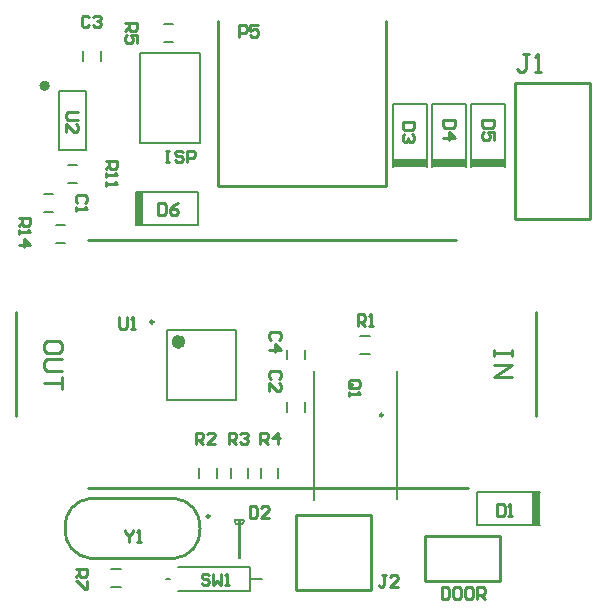
<source format=gto>
%FSAX44Y44*%
%MOMM*%
G71*
G01*
G75*
G04 Layer_Color=65535*
%ADD10R,1.1000X1.7000*%
%ADD11R,1.7000X1.1000*%
%ADD12R,6.0000X6.5000*%
%ADD13R,1.4000X3.0000*%
%ADD14O,0.5500X1.6500*%
%ADD15O,1.6500X0.5500*%
%ADD16R,1.4000X1.1000*%
%ADD17O,1.9000X0.6000*%
%ADD18C,1.5000*%
%ADD19C,0.5080*%
%ADD20C,1.4000*%
%ADD21C,1.5240*%
%ADD22C,3.0000*%
%ADD23R,3.0000X3.0000*%
%ADD24C,2.0000*%
%ADD25R,2.0000X2.0000*%
%ADD26C,2.0000*%
%ADD27R,2.0000X2.0000*%
%ADD28R,2.0000X2.0000*%
%ADD29C,1.5000*%
%ADD30R,1.5000X1.5000*%
%ADD31R,2.0000X2.0000*%
%ADD32C,1.4000*%
%ADD33C,0.5000*%
%ADD34C,0.8000*%
%ADD35C,3.4500*%
%ADD36O,0.5800X1.3000*%
%ADD37R,0.5800X1.3000*%
%ADD38R,6.5000X6.0000*%
%ADD39R,3.0000X1.4000*%
%ADD40C,1.0000*%
%ADD41R,2.2191X0.9960*%
%ADD42C,0.2540*%
%ADD43C,0.2500*%
%ADD44C,0.6000*%
%ADD45C,0.2000*%
%ADD46C,0.5000*%
%ADD47R,0.8000X2.8000*%
%ADD48R,2.8000X0.8000*%
D42*
X00236220Y00237490D02*
G03*
X00257824Y00262705I-00001905J00023495D01*
G01*
X00257810Y00262890D02*
G03*
X00236220Y00288290I-00023495J00001905D01*
G01*
X00143510Y00262890D02*
G03*
X00165100Y00237490I00023495J-00001905D01*
G01*
Y00288290D02*
G03*
X00143496Y00263075I00001905J-00023495D01*
G01*
X00165100Y00237490D02*
X00236220D01*
X00165100Y00288290D02*
X00236220D01*
X00541945Y00357875D02*
Y00445785D01*
X00163195Y00507035D02*
X00474755D01*
X00162785Y00297035D02*
X00484915D01*
X00101945Y00357875D02*
Y00445785D01*
X00339090Y00210820D02*
Y00274320D01*
Y00210820D02*
X00402590D01*
Y00274320D01*
X00339090D02*
X00402590D01*
X00524510Y00524510D02*
Y00640080D01*
X00588010D01*
Y00524510D02*
Y00640080D01*
X00524510Y00524510D02*
X00588010D01*
X00511810Y00218440D02*
Y00256540D01*
X00448310D02*
X00511810D01*
X00448310Y00218440D02*
Y00256540D01*
Y00218440D02*
X00511810D01*
X00273050Y00552450D02*
X00415290D01*
X00273050D02*
Y00692150D01*
X00415290Y00552450D02*
Y00692150D01*
X00194310Y00261457D02*
Y00259791D01*
X00197642Y00256458D01*
X00200975Y00259791D01*
Y00261457D01*
X00197642Y00256458D02*
Y00251460D01*
X00204307D02*
X00207639D01*
X00205973D01*
Y00261457D01*
X00204307Y00259791D01*
X00415605Y00223357D02*
X00412272D01*
X00413938D01*
Y00215026D01*
X00412272Y00213360D01*
X00410606D01*
X00408940Y00215026D01*
X00425601Y00213360D02*
X00418937D01*
X00425601Y00220025D01*
Y00221691D01*
X00423935Y00223357D01*
X00420603D01*
X00418937Y00221691D01*
X00324561Y00422595D02*
X00326227Y00424262D01*
Y00427594D01*
X00324561Y00429260D01*
X00317896D01*
X00316230Y00427594D01*
Y00424262D01*
X00317896Y00422595D01*
X00316230Y00414265D02*
X00326227D01*
X00321228Y00419263D01*
Y00412599D01*
X00104140Y00525780D02*
X00114137D01*
Y00520782D01*
X00112471Y00519115D01*
X00109138D01*
X00107472Y00520782D01*
Y00525780D01*
Y00522448D02*
X00104140Y00519115D01*
Y00515783D02*
Y00512451D01*
Y00514117D01*
X00114137D01*
X00112471Y00515783D01*
X00104140Y00502454D02*
X00114137D01*
X00109138Y00507453D01*
Y00500788D01*
X00222250Y00538317D02*
Y00528320D01*
X00227248D01*
X00228915Y00529986D01*
Y00536651D01*
X00227248Y00538317D01*
X00222250D01*
X00238911D02*
X00235579Y00536651D01*
X00232247Y00533318D01*
Y00529986D01*
X00233913Y00528320D01*
X00237245D01*
X00238911Y00529986D01*
Y00531652D01*
X00237245Y00533318D01*
X00232247D01*
X00535937Y00664205D02*
X00530858D01*
X00533397D01*
Y00651509D01*
X00530858Y00648970D01*
X00528319D01*
X00525780Y00651509D01*
X00541015Y00648970D02*
X00546093D01*
X00543554D01*
Y00664205D01*
X00541015Y00661666D01*
X00265744Y00222961D02*
X00264078Y00224627D01*
X00260746D01*
X00259080Y00222961D01*
Y00221294D01*
X00260746Y00219628D01*
X00264078D01*
X00265744Y00217962D01*
Y00216296D01*
X00264078Y00214630D01*
X00260746D01*
X00259080Y00216296D01*
X00269077Y00224627D02*
Y00214630D01*
X00272409Y00217962D01*
X00275741Y00214630D01*
Y00224627D01*
X00279074Y00214630D02*
X00282406D01*
X00280740D01*
Y00224627D01*
X00279074Y00222961D01*
X00177800Y00574040D02*
X00187797D01*
Y00569042D01*
X00186131Y00567375D01*
X00182798D01*
X00181132Y00569042D01*
Y00574040D01*
Y00570708D02*
X00177800Y00567375D01*
Y00564043D02*
Y00560711D01*
Y00562377D01*
X00187797D01*
X00186131Y00564043D01*
X00177800Y00555713D02*
Y00552380D01*
Y00554046D01*
X00187797D01*
X00186131Y00555713D01*
X00152400Y00228600D02*
X00162397D01*
Y00223602D01*
X00160731Y00221936D01*
X00157398D01*
X00155732Y00223602D01*
Y00228600D01*
Y00225268D02*
X00152400Y00221936D01*
X00162397Y00218603D02*
Y00211939D01*
X00160731D01*
X00154066Y00218603D01*
X00152400D01*
X00194310Y00690880D02*
X00204307D01*
Y00685882D01*
X00202641Y00684215D01*
X00199308D01*
X00197642Y00685882D01*
Y00690880D01*
Y00687548D02*
X00194310Y00684215D01*
X00204307Y00674219D02*
Y00680883D01*
X00199308D01*
X00200975Y00677551D01*
Y00675885D01*
X00199308Y00674219D01*
X00195976D01*
X00194310Y00675885D01*
Y00679217D01*
X00195976Y00680883D01*
X00473547Y00608330D02*
X00463550D01*
Y00603332D01*
X00465216Y00601665D01*
X00471881D01*
X00473547Y00603332D01*
Y00608330D01*
X00463550Y00593335D02*
X00473547D01*
X00468548Y00598333D01*
Y00591669D01*
X00439257Y00607060D02*
X00429260D01*
Y00602062D01*
X00430926Y00600396D01*
X00437591D01*
X00439257Y00602062D01*
Y00607060D01*
X00437591Y00597063D02*
X00439257Y00595397D01*
Y00592065D01*
X00437591Y00590399D01*
X00435924D01*
X00434258Y00592065D01*
Y00593731D01*
Y00592065D01*
X00432592Y00590399D01*
X00430926D01*
X00429260Y00592065D01*
Y00595397D01*
X00430926Y00597063D01*
X00281940Y00334010D02*
Y00344007D01*
X00286938D01*
X00288605Y00342341D01*
Y00339008D01*
X00286938Y00337342D01*
X00281940D01*
X00285272D02*
X00288605Y00334010D01*
X00291937Y00342341D02*
X00293603Y00344007D01*
X00296935D01*
X00298601Y00342341D01*
Y00340675D01*
X00296935Y00339008D01*
X00295269D01*
X00296935D01*
X00298601Y00337342D01*
Y00335676D01*
X00296935Y00334010D01*
X00293603D01*
X00291937Y00335676D01*
X00290500Y00678790D02*
Y00688787D01*
X00295498D01*
X00297164Y00687121D01*
Y00683788D01*
X00295498Y00682122D01*
X00290500D01*
X00307161Y00688787D02*
X00300497D01*
Y00683788D01*
X00303829Y00685454D01*
X00305495D01*
X00307161Y00683788D01*
Y00680456D01*
X00305495Y00678790D01*
X00302163D01*
X00300497Y00680456D01*
X00160731Y00538166D02*
X00162397Y00539832D01*
Y00543164D01*
X00160731Y00544830D01*
X00154066D01*
X00152400Y00543164D01*
Y00539832D01*
X00154066Y00538166D01*
X00152400Y00534833D02*
Y00531501D01*
Y00533167D01*
X00162397D01*
X00160731Y00534833D01*
X00324561Y00389576D02*
X00326227Y00391242D01*
Y00394574D01*
X00324561Y00396240D01*
X00317896D01*
X00316230Y00394574D01*
Y00391242D01*
X00317896Y00389576D01*
X00316230Y00379579D02*
Y00386243D01*
X00322895Y00379579D01*
X00324561D01*
X00326227Y00381245D01*
Y00384577D01*
X00324561Y00386243D01*
X00164144Y00695401D02*
X00162478Y00697067D01*
X00159146D01*
X00157480Y00695401D01*
Y00688736D01*
X00159146Y00687070D01*
X00162478D01*
X00164144Y00688736D01*
X00167477Y00695401D02*
X00169143Y00697067D01*
X00172475D01*
X00174141Y00695401D01*
Y00693735D01*
X00172475Y00692068D01*
X00170809D01*
X00172475D01*
X00174141Y00690402D01*
Y00688736D01*
X00172475Y00687070D01*
X00169143D01*
X00167477Y00688736D01*
X00299720Y00281777D02*
Y00271780D01*
X00304718D01*
X00306385Y00273446D01*
Y00280111D01*
X00304718Y00281777D01*
X00299720D01*
X00316381Y00271780D02*
X00309717D01*
X00316381Y00278444D01*
Y00280111D01*
X00314715Y00281777D01*
X00311383D01*
X00309717Y00280111D01*
X00228600Y00582767D02*
X00231932D01*
X00230266D01*
Y00572770D01*
X00228600D01*
X00231932D01*
X00243595Y00581101D02*
X00241929Y00582767D01*
X00238597D01*
X00236931Y00581101D01*
Y00579435D01*
X00238597Y00577768D01*
X00241929D01*
X00243595Y00576102D01*
Y00574436D01*
X00241929Y00572770D01*
X00238597D01*
X00236931Y00574436D01*
X00246927Y00572770D02*
Y00582767D01*
X00251926D01*
X00253592Y00581101D01*
Y00577768D01*
X00251926Y00576102D01*
X00246927D01*
X00385206Y00381955D02*
X00391871D01*
X00393537Y00383622D01*
Y00386954D01*
X00391871Y00388620D01*
X00385206D01*
X00383540Y00386954D01*
Y00383622D01*
X00386872Y00385288D02*
X00383540Y00381955D01*
Y00383622D02*
X00385206Y00381955D01*
X00383540Y00378623D02*
Y00375291D01*
Y00376957D01*
X00393537D01*
X00391871Y00378623D01*
X00254000Y00334010D02*
Y00344007D01*
X00258998D01*
X00260665Y00342341D01*
Y00339008D01*
X00258998Y00337342D01*
X00254000D01*
X00257332D02*
X00260665Y00334010D01*
X00270661D02*
X00263997D01*
X00270661Y00340675D01*
Y00342341D01*
X00268995Y00344007D01*
X00265663D01*
X00263997Y00342341D01*
X00308610Y00334010D02*
Y00344007D01*
X00313608D01*
X00315275Y00342341D01*
Y00339008D01*
X00313608Y00337342D01*
X00308610D01*
X00311942D02*
X00315275Y00334010D01*
X00323605D02*
Y00344007D01*
X00318607Y00339008D01*
X00325271D01*
X00391160Y00434340D02*
Y00444337D01*
X00396158D01*
X00397825Y00442671D01*
Y00439338D01*
X00396158Y00437672D01*
X00391160D01*
X00394492D02*
X00397825Y00434340D01*
X00401157D02*
X00404489D01*
X00402823D01*
Y00444337D01*
X00401157Y00442671D01*
X00189230Y00441797D02*
Y00433466D01*
X00190896Y00431800D01*
X00194228D01*
X00195895Y00433466D01*
Y00441797D01*
X00199227Y00431800D02*
X00202559D01*
X00200893D01*
Y00441797D01*
X00199227Y00440131D01*
X00154447Y00615290D02*
X00146116D01*
X00144450Y00613624D01*
Y00610292D01*
X00146116Y00608625D01*
X00154447D01*
X00144450Y00598629D02*
Y00605293D01*
X00151115Y00598629D01*
X00152781D01*
X00154447Y00600295D01*
Y00603627D01*
X00152781Y00605293D01*
X00508940Y00283657D02*
Y00273660D01*
X00513938D01*
X00515605Y00275326D01*
Y00281991D01*
X00513938Y00283657D01*
X00508940D01*
X00518937Y00273660D02*
X00522269D01*
X00520603D01*
Y00283657D01*
X00518937Y00281991D01*
X00462280Y00213197D02*
Y00203200D01*
X00467278D01*
X00468945Y00204866D01*
Y00211531D01*
X00467278Y00213197D01*
X00462280D01*
X00477275D02*
X00473943D01*
X00472277Y00211531D01*
Y00204866D01*
X00473943Y00203200D01*
X00477275D01*
X00478941Y00204866D01*
Y00211531D01*
X00477275Y00213197D01*
X00487272D02*
X00483940D01*
X00482274Y00211531D01*
Y00204866D01*
X00483940Y00203200D01*
X00487272D01*
X00488938Y00204866D01*
Y00211531D01*
X00487272Y00213197D01*
X00492270Y00203200D02*
Y00213197D01*
X00497269D01*
X00498935Y00211531D01*
Y00208198D01*
X00497269Y00206532D01*
X00492270D01*
X00495603D02*
X00498935Y00203200D01*
X00506567Y00608330D02*
X00496570D01*
Y00603332D01*
X00498236Y00601665D01*
X00504901D01*
X00506567Y00603332D01*
Y00608330D01*
Y00591669D02*
Y00598333D01*
X00501568D01*
X00503234Y00595001D01*
Y00593335D01*
X00501568Y00591669D01*
X00498236D01*
X00496570Y00593335D01*
Y00596667D01*
X00498236Y00598333D01*
X00140965Y00414022D02*
Y00419101D01*
X00138426Y00421640D01*
X00128269D01*
X00125730Y00419101D01*
Y00414022D01*
X00128269Y00411483D01*
X00138426D01*
X00140965Y00414022D01*
Y00406405D02*
X00128269D01*
X00125730Y00403866D01*
Y00398787D01*
X00128269Y00396248D01*
X00140965D01*
Y00391170D02*
Y00381013D01*
Y00386091D01*
X00125730D01*
X00521965Y00414020D02*
Y00408942D01*
Y00411481D01*
X00506730D01*
Y00414020D01*
Y00408942D01*
Y00401324D02*
X00521965D01*
X00506730Y00391167D01*
X00521965D01*
D43*
X00412710Y00358740D02*
G03*
X00412710Y00358740I-00001250J00000000D01*
G01*
X00218330Y00437570D02*
G03*
X00218330Y00437570I-00001250J00000000D01*
G01*
X00265910Y00273050D02*
G03*
X00265910Y00273050I-00001250J00000000D01*
G01*
D44*
X00242580Y00420820D02*
G03*
X00242580Y00420820I-00003000J00000000D01*
G01*
D45*
X00287070Y00269620D02*
G03*
X00295070Y00269620I00004000J00000000D01*
G01*
X00182690Y00228480D02*
X00190690D01*
X00182690Y00213480D02*
X00190690D01*
X00331590Y00406210D02*
Y00414210D01*
X00346590Y00406210D02*
Y00414210D01*
X00256370Y00519400D02*
Y00547400D01*
X00203370Y00519400D02*
X00256370D01*
X00203370Y00547400D02*
X00256370D01*
X00424170Y00287790D02*
Y00396290D01*
X00354320Y00287240D02*
Y00395740D01*
X00257810Y00616797D02*
Y00665480D01*
Y00589280D02*
Y00665480D01*
X00207010Y00589280D02*
Y00665480D01*
Y00589280D02*
X00257810D01*
X00207010Y00665480D02*
X00257810D01*
X00454630Y00622130D02*
X00482630D01*
Y00569130D02*
Y00622130D01*
X00454630Y00569130D02*
Y00622130D01*
X00145860Y00555110D02*
X00153860D01*
X00145860Y00570110D02*
X00153860D01*
X00487650Y00569130D02*
Y00622130D01*
X00515650Y00569130D02*
Y00622130D01*
X00487650D02*
X00515650D01*
X00492600Y00266010D02*
X00545600D01*
X00492600Y00294010D02*
X00545600D01*
X00492600Y00266010D02*
Y00294010D01*
X00393510Y00425330D02*
X00401510D01*
X00393510Y00410330D02*
X00401510D01*
X00324210Y00305880D02*
Y00313880D01*
X00309210Y00305880D02*
Y00313880D01*
X00272140Y00305880D02*
Y00313880D01*
X00257140Y00305880D02*
Y00313880D01*
X00173870Y00658940D02*
Y00666940D01*
X00158870Y00658940D02*
Y00666940D01*
X00331590Y00361760D02*
Y00369760D01*
X00346590Y00361760D02*
Y00369760D01*
X00125540Y00545980D02*
X00133540D01*
X00125540Y00530980D02*
X00133540D01*
X00298810Y00305880D02*
Y00313880D01*
X00283810Y00305880D02*
Y00313880D01*
X00421610Y00622130D02*
X00449610D01*
Y00569130D02*
Y00622130D01*
X00421610Y00569130D02*
Y00622130D01*
X00227140Y00674490D02*
X00235140D01*
X00227140Y00689490D02*
X00235140D01*
X00135700Y00504310D02*
X00143700D01*
X00135700Y00519310D02*
X00143700D01*
X00238760Y00229870D02*
X00299720D01*
Y00209550D02*
Y00229870D01*
X00238760Y00209550D02*
X00299720D01*
X00228600Y00219710D02*
X00232410D01*
X00299720D02*
X00309880D01*
X00229580Y00371820D02*
X00288580D01*
X00229580Y00430820D02*
X00288580D01*
Y00371820D02*
Y00430820D01*
X00229580Y00371820D02*
Y00430820D01*
X00291420Y00237620D02*
Y00269620D01*
X00290720Y00237620D02*
X00291420D01*
X00290720D02*
Y00269620D01*
X00295070D01*
X00287070D02*
X00291420D01*
X00161290Y00583330D02*
Y00633330D01*
X00138430D02*
X00161290D01*
X00138430Y00583330D02*
X00161290D01*
X00138430D02*
Y00633330D01*
D46*
X00128270Y00637540D02*
G03*
X00128270Y00637540I-00002000J00000000D01*
G01*
D47*
X00206370Y00533405D02*
D03*
X00542571Y00279908D02*
D03*
D48*
X00468579Y00572159D02*
D03*
X00501622Y00572157D02*
D03*
X00435514Y00572154D02*
D03*
M02*

</source>
